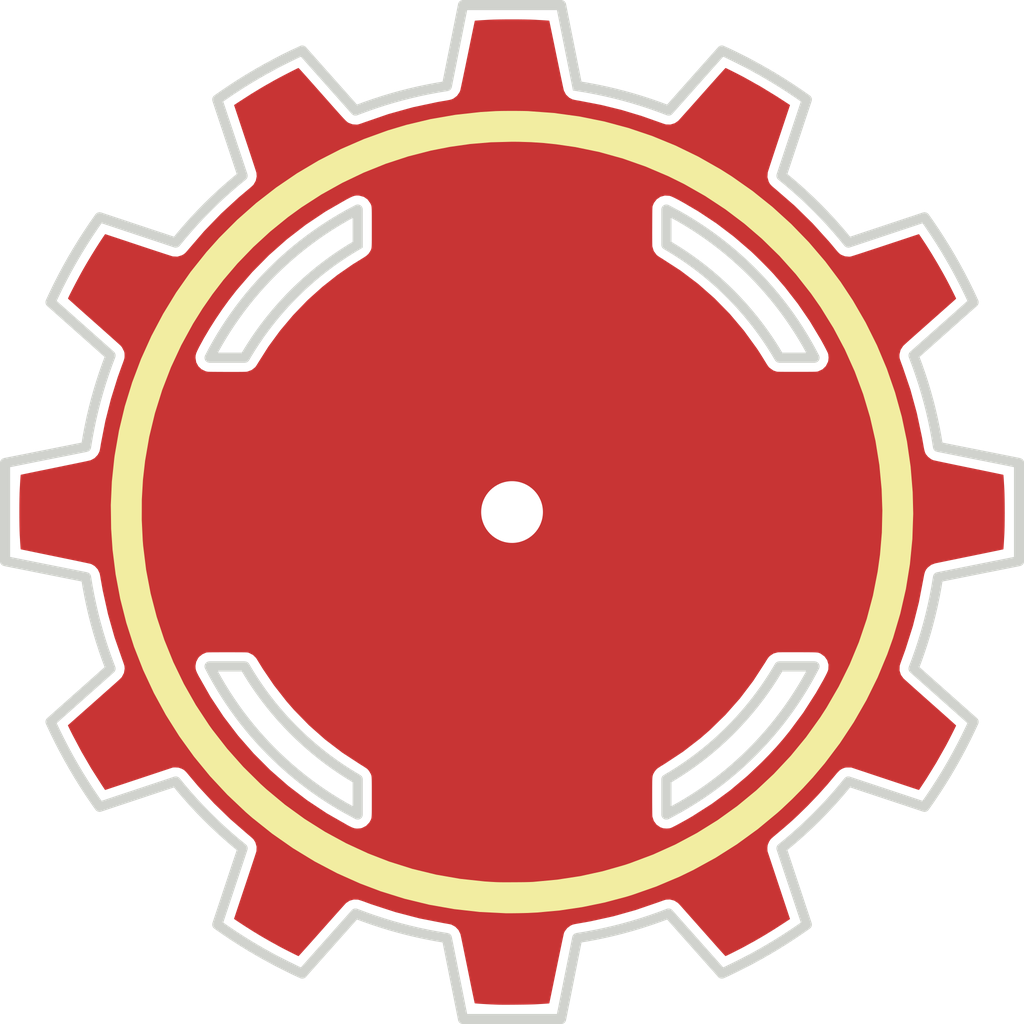
<source format=kicad_pcb>
(kicad_pcb (version 20211014) (generator pcbnew)
  (layers (0 "F.Cu" signal) (31 "B.Cu" signal) (36 "B.SilkS" user "B.Silkscreen") (37 "F.SilkS" user "F.Silkscreen") (38 "B.Mask" user) (39 "F.Mask" user) (44 "Edge.Cuts" user))
  (footprint "DrillHole" (layer "F.Cu") (at 50.000 50.000)
    (pad "" np_thru_hole circle (at 0 0) (size 6.089 6.089) (drill 6.089) (layers *.Cu *.Mask) (clearance 0.1))
  )
  (footprint "Graphics" (layer "F.SilkS") (at 0 0)
    (fp_poly (pts (xy 50.407 10.438) (xy 50.943 10.443) (xy 51.396 10.451) (xy 51.600 10.458) (xy 54.124 10.642) (xy 56.613 10.980) (xy 59.062 11.473) (xy 61.467 12.117) (xy 63.823 12.912) (xy 66.125 13.856) (xy 68.369 14.948) (xy 70.551 16.187) (xy 71.670 16.895) (xy 73.724 18.338) (xy 75.680 19.906) (xy 77.531 21.590) (xy 79.271 23.386) (xy 80.895 25.287) (xy 82.396 27.288) (xy 83.613 29.130) (xy 84.877 31.313) (xy 85.992 33.555) (xy 86.958 35.852) (xy 87.774 38.202) (xy 88.439 40.599) (xy 88.951 43.041) (xy 89.309 45.523) (xy 89.514 48.042) (xy 89.565 50.160) (xy 89.482 52.656) (xy 89.241 55.136) (xy 88.843 57.595) (xy 88.288 60.024) (xy 87.579 62.419) (xy 87.010 64.021) (xy 86.053 66.318) (xy 84.951 68.554) (xy 83.711 70.716) (xy 82.339 72.796) (xy 80.842 74.782) (xy 79.662 76.180) (xy 78.681 77.246) (xy 77.634 78.306) (xy 76.578 79.304) (xy 76.180 79.661) (xy 74.229 81.277) (xy 72.192 82.757) (xy 70.072 84.101) (xy 67.871 85.307) (xy 66.510 85.966) (xy 64.225 86.931) (xy 61.875 87.755) (xy 61.250 87.947) (xy 59.116 88.513) (xy 56.914 88.965) (xy 54.689 89.295) (xy 52.482 89.495) (xy 51.590 89.539) (xy 51.168 89.551) (xy 50.681 89.561) (xy 50.182 89.567) (xy 49.729 89.570) (xy 49.375 89.568) (xy 49.350 89.567) (xy 46.805 89.442) (xy 44.298 89.162) (xy 41.831 88.728) (xy 39.406 88.140) (xy 37.025 87.397) (xy 35.020 86.639) (xy 32.745 85.622) (xy 30.536 84.460) (xy 28.401 83.159) (xy 26.349 81.725) (xy 24.388 80.163) (xy 23.730 79.591) (xy 21.910 77.870) (xy 20.210 76.045) (xy 18.631 74.122) (xy 17.180 72.110) (xy 15.858 70.013) (xy 14.672 67.840) (xy 13.623 65.596) (xy 12.716 63.288) (xy 11.956 60.922) (xy 11.353 58.540) (xy 10.902 56.141) (xy 10.601 53.722) (xy 10.461 51.650) (xy 10.449 50.776) (xy 13.481 50.776) (xy 13.578 52.798) (xy 13.621 53.327) (xy 13.912 55.697) (xy 14.359 58.038) (xy 14.958 60.343) (xy 15.706 62.603) (xy 16.601 64.810) (xy 17.639 66.955) (xy 18.817 69.031) (xy 20.132 71.029) (xy 20.427 71.440) (xy 21.906 73.340) (xy 23.498 75.132) (xy 25.214 76.827) (xy 25.780 77.341) (xy 27.607 78.861) (xy 29.535 80.260) (xy 31.554 81.533) (xy 33.653 82.673) (xy 35.821 83.673) (xy 37.880 84.469) (xy 40.172 85.191) (xy 42.507 85.759) (xy 44.877 86.172) (xy 47.277 86.429) (xy 47.900 86.470) (xy 48.176 86.485) (xy 48.399 86.497) (xy 48.601 86.504) (xy 48.813 86.509) (xy 49.068 86.511) (xy 49.398 86.512) (xy 49.834 86.511) (xy 50.200 86.509) (xy 50.821 86.506) (xy 51.309 86.500) (xy 51.690 86.491) (xy 51.990 86.479) (xy 52.110 86.472) (xy 54.460 86.253) (xy 56.726 85.907) (xy 58.923 85.429) (xy 61.068 84.817) (xy 61.618 84.636) (xy 63.900 83.781) (xy 66.103 82.788) (xy 68.225 81.656) (xy 70.264 80.389) (xy 72.216 78.987) (xy 74.081 77.452) (xy 75.820 75.820) (xy 77.476 74.054) (xy 78.999 72.201) (xy 80.391 70.257) (xy 81.009 69.300) (xy 82.222 67.203) (xy 83.289 65.044) (xy 84.207 62.827) (xy 84.976 60.557) (xy 85.593 58.237) (xy 86.056 55.873) (xy 86.289 54.200) (xy 86.471 52.036) (xy 86.521 49.841) (xy 86.449 47.750) (xy 86.224 45.354) (xy 85.844 42.988) (xy 85.310 40.659) (xy 84.627 38.374) (xy 83.795 36.140) (xy 82.817 33.964) (xy 81.697 31.854) (xy 80.436 29.815) (xy 79.488 28.458) (xy 77.989 26.547) (xy 76.370 24.741) (xy 74.637 23.046) (xy 72.920 21.568) (xy 71.028 20.139) (xy 69.041 18.831) (xy 66.978 17.657) (xy 65.407 16.879) (xy 63.178 15.929) (xy 60.909 15.133) (xy 58.599 14.492) (xy 56.250 14.007) (xy 54.340 13.730) (xy 53.103 13.603) (xy 51.905 13.523) (xy 50.669 13.485) (xy 50.000 13.480) (xy 47.912 13.534) (xy 45.885 13.701) (xy 43.867 13.987) (xy 42.000 14.352) (xy 39.762 14.926) (xy 37.548 15.652) (xy 35.373 16.526) (xy 33.251 17.539) (xy 31.194 18.686) (xy 29.218 19.961) (xy 27.900 20.918) (xy 26.152 22.337) (xy 24.483 23.870) (xy 22.918 25.491) (xy 21.528 27.120) (xy 20.452 28.523) (xy 19.481 29.922) (xy 18.571 31.375) (xy 18.526 31.450) (xy 17.371 33.559) (xy 16.360 35.734) (xy 15.496 37.968) (xy 14.782 40.253) (xy 14.219 42.582) (xy 13.811 44.948) (xy 13.600 46.810) (xy 13.488 48.761) (xy 13.481 50.776) (xy 10.449 50.776) (xy 10.428 49.301) (xy 10.532 46.992) (xy 10.774 44.676) (xy 10.810 44.416) (xy 11.233 41.975) (xy 11.809 39.570) (xy 12.537 37.208) (xy 13.410 34.897) (xy 14.427 32.645) (xy 15.584 30.458) (xy 16.876 28.344) (xy 18.301 26.311) (xy 19.855 24.366) (xy 21.121 22.950) (xy 22.893 21.177) (xy 24.765 19.524) (xy 26.733 17.995) (xy 28.787 16.595) (xy 30.922 15.328) (xy 33.130 14.197) (xy 35.404 13.208) (xy 37.737 12.365) (xy 39.564 11.818) (xy 41.968 11.245) (xy 44.421 10.821) (xy 46.906 10.548) (xy 48.400 10.458) (xy 48.783 10.447) (xy 49.278 10.440) (xy 49.835 10.437)) (layer "F.SilkS") (width 0.000) (fill solid))
  )
  (footprint "Graphics" (layer "F.Mask") (at 0 0))
  (footprint "Graphics" (layer "F.Cu") (at 0 0)
    (fp_poly (pts (xy 50.671 1.411) (xy 51.290 1.419) (xy 51.829 1.431) (xy 52.235 1.447) (xy 52.767 1.477) (xy 53.189 1.503) (xy 53.488 1.524) (xy 53.648 1.540) (xy 53.671 1.545) (xy 53.689 1.623) (xy 53.736 1.841) (xy 53.807 2.184) (xy 53.901 2.636) (xy 54.014 3.180) (xy 54.142 3.800) (xy 54.282 4.481) (xy 54.370 4.913) (xy 54.518 5.629) (xy 54.657 6.300) (xy 54.784 6.910) (xy 54.896 7.442) (xy 54.988 7.877) (xy 55.058 8.200) (xy 55.101 8.392) (xy 55.113 8.437) (xy 55.318 8.828) (xy 55.641 9.138) (xy 55.936 9.293) (xy 56.110 9.339) (xy 56.435 9.403) (xy 56.770 9.461) (xy 58.805 9.853) (xy 60.793 10.341) (xy 62.779 10.939) (xy 64.648 11.598) (xy 64.903 11.688) (xy 65.118 11.755) (xy 65.187 11.773) (xy 65.621 11.783) (xy 66.044 11.654) (xy 66.379 11.427) (xy 66.454 11.346) (xy 66.624 11.159) (xy 66.877 10.878) (xy 67.201 10.516) (xy 67.585 10.086) (xy 68.017 9.600) (xy 68.485 9.073) (xy 68.760 8.763) (xy 69.240 8.222) (xy 69.687 7.720) (xy 70.089 7.269) (xy 70.436 6.882) (xy 70.716 6.570) (xy 70.919 6.346) (xy 71.034 6.222) (xy 71.055 6.201) (xy 71.134 6.235) (xy 71.324 6.327) (xy 71.596 6.462) (xy 71.917 6.624) (xy 72.259 6.798) (xy 72.590 6.969) (xy 72.880 7.120) (xy 72.990 7.179) (xy 74.545 8.053) (xy 76.103 9.006) (xy 76.903 9.524) (xy 77.416 9.862) (xy 76.337 13.096) (xy 76.107 13.788) (xy 75.892 14.437) (xy 75.697 15.028) (xy 75.528 15.542) (xy 75.390 15.964) (xy 75.290 16.276) (xy 75.231 16.462) (xy 75.219 16.505) (xy 75.187 16.970) (xy 75.310 17.410) (xy 75.329 17.450) (xy 75.417 17.608) (xy 75.529 17.750) (xy 75.699 17.912) (xy 75.961 18.132) (xy 75.966 18.135) (xy 77.857 19.777) (xy 79.640 21.525) (xy 81.328 23.394) (xy 81.844 24.012) (xy 82.066 24.277) (xy 82.225 24.448) (xy 82.357 24.561) (xy 82.459 24.629) (xy 82.838 24.779) (xy 83.257 24.816) (xy 83.390 24.801) (xy 83.494 24.772) (xy 83.732 24.697) (xy 84.091 24.582) (xy 84.552 24.432) (xy 85.099 24.253) (xy 85.717 24.050) (xy 86.389 23.828) (xy 86.830 23.682) (xy 90.129 22.587) (xy 90.329 22.878) (xy 90.842 23.654) (xy 91.393 24.533) (xy 91.953 25.471) (xy 92.498 26.423) (xy 92.760 26.900) (xy 92.902 27.167) (xy 93.071 27.489) (xy 93.250 27.838) (xy 93.425 28.184) (xy 93.582 28.498) (xy 93.705 28.749) (xy 93.780 28.909) (xy 93.795 28.951) (xy 93.783 28.969) (xy 93.739 29.012) (xy 93.646 29.098) (xy 93.486 29.241) (xy 93.242 29.459) (xy 92.900 29.762) (xy 92.662 29.972) (xy 92.342 30.256) (xy 91.968 30.588) (xy 91.567 30.943) (xy 91.168 31.297) (xy 90.798 31.625) (xy 90.486 31.903) (xy 90.258 32.104) (xy 90.219 32.139) (xy 89.998 32.335) (xy 89.707 32.593) (xy 89.397 32.868) (xy 89.275 32.976) (xy 89.007 33.216) (xy 88.774 33.429) (xy 88.609 33.585) (xy 88.559 33.636) (xy 88.320 34.009) (xy 88.209 34.446) (xy 88.206 34.653) (xy 88.213 34.747) (xy 88.229 34.841) (xy 88.265 34.964) (xy 88.329 35.150) (xy 88.431 35.430) (xy 88.539 35.720) (xy 89.290 37.931) (xy 89.917 40.218) (xy 90.425 42.597) (xy 90.540 43.241) (xy 90.609 43.633) (xy 90.665 43.902) (xy 90.718 44.088) (xy 90.776 44.226) (xy 90.813 44.293) (xy 91.034 44.561) (xy 91.332 44.788) (xy 91.512 44.877) (xy 91.613 44.901) (xy 91.855 44.955) (xy 92.219 45.033) (xy 92.691 45.132) (xy 93.252 45.250) (xy 93.887 45.381) (xy 94.579 45.524) (xy 95.036 45.618) (xy 95.750 45.764) (xy 96.414 45.901) (xy 97.012 46.024) (xy 97.527 46.131) (xy 97.944 46.218) (xy 98.247 46.281) (xy 98.419 46.319) (xy 98.454 46.327) (xy 98.467 46.414) (xy 98.486 46.642) (xy 98.509 46.996) (xy 98.536 47.455) (xy 98.553 47.770) (xy 98.570 48.223) (xy 98.582 48.794) (xy 98.589 49.440) (xy 98.591 50.119) (xy 98.587 50.791) (xy 98.579 51.411) (xy 98.565 51.940) (xy 98.553 52.200) (xy 98.524 52.729) (xy 98.498 53.156) (xy 98.477 53.465) (xy 98.460 53.640) (xy 98.453 53.673) (xy 98.375 53.694) (xy 98.182 53.737) (xy 97.916 53.792) (xy 97.916 53.792) (xy 97.557 53.866) (xy 97.183 53.943) (xy 96.960 53.989) (xy 96.704 54.042) (xy 96.343 54.117) (xy 95.930 54.201) (xy 95.590 54.271) (xy 95.197 54.351) (xy 94.841 54.423) (xy 94.561 54.480) (xy 94.410 54.511) (xy 94.188 54.557) (xy 94.030 54.589) (xy 93.315 54.735) (xy 92.736 54.854) (xy 92.320 54.940) (xy 92.045 54.997) (xy 91.825 55.042) (xy 91.724 55.062) (xy 91.342 55.207) (xy 91.004 55.467) (xy 90.999 55.473) (xy 90.840 55.667) (xy 90.731 55.878) (xy 90.650 56.156) (xy 90.587 56.490) (xy 90.126 58.896) (xy 89.534 61.237) (xy 88.800 63.554) (xy 88.472 64.459) (xy 88.365 64.755) (xy 88.279 65.006) (xy 88.232 65.164) (xy 88.230 65.174) (xy 88.215 65.625) (xy 88.349 66.054) (xy 88.596 66.398) (xy 88.687 66.484) (xy 88.885 66.664) (xy 89.177 66.926) (xy 89.548 67.259) (xy 89.985 67.649) (xy 90.474 68.085) (xy 91.004 68.556) (xy 91.270 68.792) (xy 91.807 69.268) (xy 92.305 69.711) (xy 92.751 70.109) (xy 93.134 70.451) (xy 93.441 70.726) (xy 93.660 70.923) (xy 93.778 71.031) (xy 93.796 71.049) (xy 93.764 71.127) (xy 93.674 71.318) (xy 93.539 71.592) (xy 93.374 71.919) (xy 93.195 72.270) (xy 93.016 72.617) (xy 92.852 72.929) (xy 92.760 73.100) (xy 91.829 74.743) (xy 90.861 76.312) (xy 90.369 77.060) (xy 90.237 77.256) (xy 90.150 77.385) (xy 90.131 77.414) (xy 90.057 77.391) (xy 89.846 77.322) (xy 89.515 77.212) (xy 89.078 77.067) (xy 88.550 76.892) (xy 87.947 76.691) (xy 87.285 76.471) (xy 86.789 76.306) (xy 83.450 75.193) (xy 83.170 75.192) (xy 82.967 75.195) (xy 82.841 75.213) (xy 82.730 75.247) (xy 82.486 75.354) (xy 82.271 75.510) (xy 82.040 75.751) (xy 81.900 75.920) (xy 81.073 76.907) (xy 80.149 77.934) (xy 79.166 78.958) (xy 78.164 79.938) (xy 77.610 80.451) (xy 77.308 80.720) (xy 76.929 81.049) (xy 76.520 81.398) (xy 76.128 81.727) (xy 76.055 81.788) (xy 75.819 81.986) (xy 75.625 82.156) (xy 75.513 82.262) (xy 75.509 82.267) (xy 75.352 82.505) (xy 75.231 82.790) (xy 75.209 82.871) (xy 75.182 83.099) (xy 75.184 83.237) (xy 75.194 83.450) (xy 76.138 86.290) (xy 76.359 86.956) (xy 76.571 87.594) (xy 76.767 88.183) (xy 76.940 88.703) (xy 77.083 89.133) (xy 77.189 89.451) (xy 77.249 89.634) (xy 77.416 90.138) (xy 76.843 90.516) (xy 75.849 91.158) (xy 74.907 91.737) (xy 73.952 92.292) (xy 72.960 92.838) (xy 72.677 92.989) (xy 72.347 93.159) (xy 72.001 93.336) (xy 71.669 93.503) (xy 71.380 93.645) (xy 71.166 93.747) (xy 71.056 93.794) (xy 71.048 93.796) (xy 70.988 93.737) (xy 70.844 93.583) (xy 70.640 93.358) (xy 70.436 93.129) (xy 70.252 92.922) (xy 70.057 92.702) (xy 69.838 92.455) (xy 69.584 92.169) (xy 69.283 91.829) (xy 68.921 91.422) (xy 68.488 90.933) (xy 67.969 90.348) (xy 67.510 89.830) (xy 67.237 89.523) (xy 66.983 89.236) (xy 66.778 89.005) (xy 66.662 88.873) (xy 66.497 88.693) (xy 66.361 88.555) (xy 66.344 88.540) (xy 65.983 88.317) (xy 65.561 88.210) (xy 65.189 88.227) (xy 65.041 88.269) (xy 64.792 88.353) (xy 64.490 88.461) (xy 64.420 88.487) (xy 62.206 89.246) (xy 60.001 89.867) (xy 57.761 90.361) (xy 56.700 90.550) (xy 56.357 90.609) (xy 56.130 90.654) (xy 55.975 90.696) (xy 55.852 90.746) (xy 55.771 90.786) (xy 55.443 91.031) (xy 55.192 91.363) (xy 55.124 91.512) (xy 55.099 91.613) (xy 55.046 91.855) (xy 54.967 92.219) (xy 54.868 92.691) (xy 54.750 93.252) (xy 54.618 93.887) (xy 54.475 94.579) (xy 54.381 95.037) (xy 54.234 95.752) (xy 54.097 96.416) (xy 53.974 97.013) (xy 53.867 97.528) (xy 53.780 97.945) (xy 53.717 98.248) (xy 53.680 98.421) (xy 53.671 98.455) (xy 53.587 98.467) (xy 53.362 98.485) (xy 53.017 98.508) (xy 52.572 98.534) (xy 52.270 98.551) (xy 51.990 98.561) (xy 51.588 98.571) (xy 51.101 98.580) (xy 50.568 98.586) (xy 50.025 98.591) (xy 49.512 98.593) (xy 49.064 98.593) (xy 48.721 98.589) (xy 48.660 98.588) (xy 48.316 98.576) (xy 47.923 98.559) (xy 47.513 98.538) (xy 47.119 98.515) (xy 46.773 98.492) (xy 46.505 98.471) (xy 46.348 98.454) (xy 46.321 98.448) (xy 46.301 98.368) (xy 46.254 98.154) (xy 46.186 97.832) (xy 46.101 97.424) (xy 46.004 96.954) (xy 45.983 96.850) (xy 45.769 95.800) (xy 45.585 94.895) (xy 45.428 94.127) (xy 45.297 93.485) (xy 45.189 92.957) (xy 45.102 92.534) (xy 45.034 92.205) (xy 44.983 91.961) (xy 44.946 91.789) (xy 44.922 91.680) (xy 44.909 91.624) (xy 44.908 91.620) (xy 44.719 91.230) (xy 44.414 90.908) (xy 44.034 90.696) (xy 43.960 90.673) (xy 43.832 90.645) (xy 43.593 90.602) (xy 43.291 90.550) (xy 43.230 90.539) (xy 40.857 90.073) (xy 38.494 89.457) (xy 36.127 88.687) (xy 35.511 88.461) (xy 35.219 88.356) (xy 34.968 88.272) (xy 34.813 88.227) (xy 34.811 88.227) (xy 34.386 88.217) (xy 33.967 88.339) (xy 33.631 88.563) (xy 33.553 88.646) (xy 33.381 88.835) (xy 33.127 89.118) (xy 32.801 89.482) (xy 32.416 89.914) (xy 31.983 90.400) (xy 31.513 90.929) (xy 31.240 91.237) (xy 30.760 91.778) (xy 30.313 92.280) (xy 29.911 92.731) (xy 29.564 93.118) (xy 29.284 93.430) (xy 29.081 93.654) (xy 28.967 93.778) (xy 28.945 93.799) (xy 28.864 93.765) (xy 28.672 93.673) (xy 28.397 93.537) (xy 28.071 93.372) (xy 27.723 93.195) (xy 27.383 93.020) (xy 27.082 92.861) (xy 26.912 92.770) (xy 26.025 92.279) (xy 25.224 91.816) (xy 24.451 91.347) (xy 23.645 90.835) (xy 23.125 90.495) (xy 22.874 90.328) (xy 22.684 90.198) (xy 22.586 90.127) (xy 22.580 90.121) (xy 22.605 90.045) (xy 22.675 89.832) (xy 22.785 89.499) (xy 22.931 89.061) (xy 23.107 88.533) (xy 23.307 87.932) (xy 23.527 87.272) (xy 23.672 86.840) (xy 23.903 86.146) (xy 24.119 85.497) (xy 24.314 84.908) (xy 24.483 84.396) (xy 24.621 83.977) (xy 24.721 83.668) (xy 24.779 83.484) (xy 24.791 83.441) (xy 24.807 83.007) (xy 24.686 82.580) (xy 24.502 82.284) (xy 24.394 82.178) (xy 24.201 82.006) (xy 23.961 81.803) (xy 23.927 81.775) (xy 22.232 80.303) (xy 20.605 78.729) (xy 19.081 77.085) (xy 18.141 75.972) (xy 17.914 75.700) (xy 17.743 75.523) (xy 17.589 75.406) (xy 17.450 75.328) (xy 17.111 75.207) (xy 16.760 75.186) (xy 16.550 75.195) (xy 13.860 76.089) (xy 13.202 76.307) (xy 12.565 76.519) (xy 11.970 76.716) (xy 11.441 76.892) (xy 11.000 77.038) (xy 10.672 77.147) (xy 10.517 77.198) (xy 9.865 77.415) (xy 9.544 76.933) (xy 8.498 75.291) (xy 7.542 73.651) (xy 6.675 72.020) (xy 6.523 71.719) (xy 6.388 71.449) (xy 6.297 71.261) (xy 6.288 71.243) (xy 6.192 71.035) (xy 6.261 70.973) (xy 6.348 70.895) (xy 6.525 70.738) (xy 6.762 70.528) (xy 6.919 70.390) (xy 7.213 70.130) (xy 7.498 69.878) (xy 7.728 69.673) (xy 7.800 69.610) (xy 8.005 69.428) (xy 8.276 69.188) (xy 8.558 68.939) (xy 8.590 68.910) (xy 8.838 68.691) (xy 9.051 68.502) (xy 9.191 68.378) (xy 9.210 68.360) (xy 9.331 68.252) (xy 9.527 68.077) (xy 9.750 67.880) (xy 9.977 67.678) (xy 10.169 67.509) (xy 10.280 67.410) (xy 10.389 67.313) (xy 10.583 67.141) (xy 10.824 66.927) (xy 10.908 66.852) (xy 11.187 66.599) (xy 11.398 66.399) (xy 11.513 66.275) (xy 11.515 66.272) (xy 11.725 65.868) (xy 11.797 65.431) (xy 11.776 65.222) (xy 18.780 65.222) (xy 18.790 65.421) (xy 18.832 65.607) (xy 18.921 65.829) (xy 19.074 66.135) (xy 19.100 66.184) (xy 20.263 68.228) (xy 21.557 70.183) (xy 22.976 72.044) (xy 24.513 73.803) (xy 26.164 75.456) (xy 27.921 76.996) (xy 29.780 78.418) (xy 31.733 79.714) (xy 33.775 80.880) (xy 33.942 80.968) (xy 34.233 81.110) (xy 34.449 81.186) (xy 34.652 81.213) (xy 34.810 81.212) (xy 35.065 81.190) (xy 35.190 81.160) (xy 35.609 80.948) (xy 35.925 80.616) (xy 36.021 80.450) (xy 36.066 80.359) (xy 36.102 80.278) (xy 36.128 80.189) (xy 36.146 80.068) (xy 36.158 79.897) (xy 36.166 79.653) (xy 36.169 79.317) (xy 36.170 78.868) (xy 36.170 78.285) (xy 36.170 78.110) (xy 36.170 77.768) (xy 63.820 77.768) (xy 63.820 78.077) (xy 63.821 78.651) (xy 63.824 79.151) (xy 63.828 79.558) (xy 63.833 79.850) (xy 63.839 80.008) (xy 63.840 80.023) (xy 63.981 80.467) (xy 64.254 80.833) (xy 64.637 81.095) (xy 64.916 81.189) (xy 65.237 81.213) (xy 65.280 81.212) (xy 65.511 81.194) (xy 65.640 81.162) (xy 65.799 81.092) (xy 66.065 80.959) (xy 66.408 80.778) (xy 66.797 80.566) (xy 67.201 80.340) (xy 67.590 80.117) (xy 67.800 79.993) (xy 69.712 78.771) (xy 71.509 77.450) (xy 73.218 76.012) (xy 74.621 74.681) (xy 75.387 73.898) (xy 76.069 73.161) (xy 76.712 72.419) (xy 77.361 71.622) (xy 77.363 71.620) (xy 78.724 69.781) (xy 79.975 67.833) (xy 80.668 66.620) (xy 80.897 66.192) (xy 81.054 65.879) (xy 81.149 65.659) (xy 81.190 65.524) (xy 81.210 65.056) (xy 81.085 64.623) (xy 80.829 64.255) (xy 80.461 63.982) (xy 80.373 63.936) (xy 80.296 63.900) (xy 80.208 63.873) (xy 80.089 63.855) (xy 79.918 63.842) (xy 79.674 63.834) (xy 79.335 63.830) (xy 78.880 63.828) (xy 78.289 63.825) (xy 78.220 63.825) (xy 77.583 63.824) (xy 77.049 63.824) (xy 76.633 63.827) (xy 76.349 63.832) (xy 76.211 63.838) (xy 76.210 63.838) (xy 75.785 63.951) (xy 75.431 64.190) (xy 75.389 64.230) (xy 75.296 64.331) (xy 75.197 64.466) (xy 75.065 64.676) (xy 74.960 64.850) (xy 73.779 66.668) (xy 72.476 68.385) (xy 71.049 70.000) (xy 69.500 71.511) (xy 68.560 72.328) (xy 66.870 73.633) (xy 65.071 74.822) (xy 64.941 74.901) (xy 64.650 75.081) (xy 64.418 75.233) (xy 64.283 75.333) (xy 64.279 75.336) (xy 64.081 75.566) (xy 63.931 75.827) (xy 63.920 75.854) (xy 63.889 75.941) (xy 63.865 76.029) (xy 63.847 76.139) (xy 63.835 76.292) (xy 63.827 76.511) (xy 63.823 76.815) (xy 63.821 77.227) (xy 63.820 77.768) (xy 36.170 77.768) (xy 36.170 77.489) (xy 36.169 77.008) (xy 36.166 76.646) (xy 36.161 76.382) (xy 36.152 76.196) (xy 36.139 76.067) (xy 36.120 75.975) (xy 36.094 75.899) (xy 36.066 75.830) (xy 35.895 75.533) (xy 35.729 75.343) (xy 35.608 75.253) (xy 35.385 75.107) (xy 35.101 74.930) (xy 35.045 74.897) (xy 33.257 73.729) (xy 31.559 72.433) (xy 29.962 71.019) (xy 28.479 69.497) (xy 27.758 68.670) (xy 26.523 67.092) (xy 25.418 65.466) (xy 25.094 64.940) (xy 24.942 64.691) (xy 24.813 64.484) (xy 24.746 64.384) (xy 24.450 64.093) (xy 24.059 63.891) (xy 23.980 63.866) (xy 23.930 63.855) (xy 23.860 63.846) (xy 23.748 63.840) (xy 23.576 63.835) (xy 23.323 63.833) (xy 22.969 63.831) (xy 22.494 63.830) (xy 21.900 63.830) (xy 21.290 63.830) (xy 20.819 63.831) (xy 20.469 63.833) (xy 20.219 63.835) (xy 20.049 63.840) (xy 19.939 63.846) (xy 19.869 63.855) (xy 19.820 63.867) (xy 19.451 64.032) (xy 19.140 64.282) (xy 19.033 64.416) (xy 18.848 64.776) (xy 18.782 65.152) (xy 18.780 65.222) (xy 11.776 65.222) (xy 11.773 65.188) (xy 11.727 65.026) (xy 11.643 64.779) (xy 11.573 64.588) (xy 10.802 62.372) (xy 10.152 60.075) (xy 9.633 57.732) (xy 9.448 56.700) (xy 9.398 56.408) (xy 9.354 56.170) (xy 9.326 56.040) (xy 9.146 55.661) (xy 8.854 55.340) (xy 8.497 55.128) (xy 8.486 55.124) (xy 8.384 55.099) (xy 8.142 55.045) (xy 7.777 54.967) (xy 7.305 54.868) (xy 6.743 54.750) (xy 6.107 54.618) (xy 5.416 54.475) (xy 4.961 54.382) (xy 4.247 54.236) (xy 3.584 54.099) (xy 2.987 53.976) (xy 2.472 53.869) (xy 2.055 53.782) (xy 1.753 53.718) (xy 1.581 53.681) (xy 1.546 53.673) (xy 1.534 53.587) (xy 1.515 53.359) (xy 1.491 53.008) (xy 1.464 52.551) (xy 1.446 52.240) (xy 1.430 51.815) (xy 1.418 51.270) (xy 1.411 50.646) (xy 1.409 49.983) (xy 1.411 49.320) (xy 1.419 48.699) (xy 1.431 48.159) (xy 1.446 47.770) (xy 1.473 47.296) (xy 1.497 46.892) (xy 1.519 46.580) (xy 1.536 46.385) (xy 1.545 46.329) (xy 1.562 46.323) (xy 1.618 46.310) (xy 1.722 46.287) (xy 1.888 46.252) (xy 2.127 46.202) (xy 2.451 46.134) (xy 2.872 46.047) (xy 3.402 45.938) (xy 4.052 45.805) (xy 4.836 45.644) (xy 5.764 45.454) (xy 5.780 45.450) (xy 6.265 45.351) (xy 6.768 45.248) (xy 7.233 45.152) (xy 7.604 45.076) (xy 7.630 45.071) (xy 7.962 45.001) (xy 8.242 44.938) (xy 8.427 44.893) (xy 8.469 44.881) (xy 8.835 44.676) (xy 9.135 44.361) (xy 9.289 44.074) (xy 9.316 43.999) (xy 9.339 43.915) (xy 9.365 43.786) (xy 9.401 43.578) (xy 9.455 43.253) (xy 9.469 43.170) (xy 9.889 41.021) (xy 10.440 38.850) (xy 11.108 36.705) (xy 11.501 35.610) (xy 11.630 35.264) (xy 11.713 35.030) (xy 11.760 34.871) (xy 11.775 34.786) (xy 18.780 34.786) (xy 18.854 35.236) (xy 19.063 35.624) (xy 19.384 35.927) (xy 19.796 36.119) (xy 19.990 36.160) (xy 20.096 36.165) (xy 20.338 36.169) (xy 20.691 36.172) (xy 21.133 36.175) (xy 21.638 36.177) (xy 21.913 36.178) (xy 22.520 36.178) (xy 22.986 36.177) (xy 23.332 36.175) (xy 23.577 36.171) (xy 23.741 36.166) (xy 23.844 36.158) (xy 23.887 36.151) (xy 24.312 35.997) (xy 24.662 35.724) (xy 24.673 35.712) (xy 24.773 35.577) (xy 24.905 35.370) (xy 24.948 35.297) (xy 25.969 33.682) (xy 27.126 32.105) (xy 28.398 30.593) (xy 29.762 29.175) (xy 29.910 29.032) (xy 31.297 27.788) (xy 32.768 26.625) (xy 34.284 25.573) (xy 35.280 24.960) (xy 35.614 24.744) (xy 35.840 24.536) (xy 36.002 24.297) (xy 36.027 24.250) (xy 36.070 24.164) (xy 36.104 24.087) (xy 36.129 24.000) (xy 36.147 23.882) (xy 36.159 23.711) (xy 36.166 23.469) (xy 36.169 23.134) (xy 36.170 22.686) (xy 36.170 22.467) (xy 63.823 22.467) (xy 63.824 23.016) (xy 63.827 23.429) (xy 63.832 23.697) (xy 63.838 23.804) (xy 63.974 24.256) (xy 64.240 24.622) (xy 64.363 24.728) (xy 64.548 24.854) (xy 64.799 25.008) (xy 66.625 26.190) (xy 68.349 27.494) (xy 69.966 28.917) (xy 71.472 30.454) (xy 72.866 32.104) (xy 74.142 33.861) (xy 74.372 34.210) (xy 74.527 34.453) (xy 74.723 34.767) (xy 74.917 35.084) (xy 74.921 35.090) (xy 75.099 35.379) (xy 75.221 35.567) (xy 75.315 35.690) (xy 75.390 35.770) (xy 75.770 36.042) (xy 76.127 36.158) (xy 76.233 36.163) (xy 76.476 36.167) (xy 76.831 36.170) (xy 77.276 36.172) (xy 77.786 36.173) (xy 78.130 36.173) (xy 78.729 36.172) (xy 79.188 36.170) (xy 79.528 36.168) (xy 79.770 36.165) (xy 79.934 36.160) (xy 80.041 36.153) (xy 80.111 36.144) (xy 80.164 36.131) (xy 80.186 36.125) (xy 80.616 35.926) (xy 80.946 35.609) (xy 81.157 35.192) (xy 81.183 35.100) (xy 81.218 34.768) (xy 81.182 34.433) (xy 81.161 34.360) (xy 81.091 34.199) (xy 80.957 33.930) (xy 80.776 33.585) (xy 80.564 33.195) (xy 80.444 32.980) (xy 79.360 31.174) (xy 78.188 29.463) (xy 76.902 27.811) (xy 75.822 26.560) (xy 75.582 26.302) (xy 75.259 25.966) (xy 74.885 25.585) (xy 74.493 25.192) (xy 74.115 24.818) (xy 73.783 24.497) (xy 73.550 24.278) (xy 71.879 22.841) (xy 70.167 21.541) (xy 68.383 20.356) (xy 66.905 19.487) (xy 66.366 19.193) (xy 65.956 18.984) (xy 65.669 18.856) (xy 65.534 18.814) (xy 65.068 18.788) (xy 64.638 18.907) (xy 64.270 19.154) (xy 63.992 19.513) (xy 63.868 19.810) (xy 63.856 19.859) (xy 63.847 19.931) (xy 63.841 20.047) (xy 63.835 20.229) (xy 63.832 20.495) (xy 63.829 20.866) (xy 63.827 21.363) (xy 63.825 21.790) (xy 63.823 22.467) (xy 36.170 22.467) (xy 36.170 22.105) (xy 36.170 21.910) (xy 36.170 21.286) (xy 36.169 20.800) (xy 36.167 20.434) (xy 36.161 20.166) (xy 36.150 19.976) (xy 36.134 19.843) (xy 36.110 19.746) (xy 36.078 19.666) (xy 36.036 19.581) (xy 36.021 19.550) (xy 35.752 19.173) (xy 35.385 18.917) (xy 34.936 18.794) (xy 34.840 18.786) (xy 34.649 18.784) (xy 34.475 18.809) (xy 34.280 18.873) (xy 34.027 18.989) (xy 33.677 19.170) (xy 33.630 19.195) (xy 31.598 20.367) (xy 29.650 21.673) (xy 27.793 23.107) (xy 26.035 24.662) (xy 24.382 26.334) (xy 22.842 28.115) (xy 22.061 29.119) (xy 21.411 30.018) (xy 20.772 30.964) (xy 20.165 31.921) (xy 19.615 32.850) (xy 19.144 33.717) (xy 18.989 34.026) (xy 18.858 34.321) (xy 18.795 34.556) (xy 18.780 34.786) (xy 11.775 34.786) (xy 11.782 34.749) (xy 11.787 34.628) (xy 11.787 34.550) (xy 11.780 34.347) (xy 11.750 34.201) (xy 11.736 34.157) (xy 11.528 33.747) (xy 11.392 33.588) (xy 11.303 33.505) (xy 11.108 33.328) (xy 10.819 33.069) (xy 10.450 32.739) (xy 10.015 32.351) (xy 9.527 31.916) (xy 8.999 31.447) (xy 8.730 31.209) (xy 8.193 30.732) (xy 7.695 30.290) (xy 7.249 29.891) (xy 6.866 29.549) (xy 6.558 29.274) (xy 6.340 29.076) (xy 6.222 28.968) (xy 6.204 28.950) (xy 6.235 28.864) (xy 6.330 28.662) (xy 6.476 28.368) (xy 6.661 28.006) (xy 6.871 27.600) (xy 7.095 27.176) (xy 7.319 26.757) (xy 7.532 26.367) (xy 7.720 26.031) (xy 7.720 26.030) (xy 8.092 25.390) (xy 8.497 24.715) (xy 8.910 24.048) (xy 9.304 23.429) (xy 9.653 22.903) (xy 9.711 22.819) (xy 9.870 22.587) (xy 13.134 23.672) (xy 13.828 23.903) (xy 14.478 24.118) (xy 15.069 24.313) (xy 15.583 24.481) (xy 16.005 24.618) (xy 16.317 24.718) (xy 16.504 24.777) (xy 16.548 24.789) (xy 17.003 24.810) (xy 17.443 24.674) (xy 17.448 24.672) (xy 17.634 24.565) (xy 17.801 24.423) (xy 17.997 24.204) (xy 18.054 24.133) (xy 19.636 22.296) (xy 21.297 20.577) (xy 23.068 18.949) (xy 24.130 18.057) (xy 24.324 17.889) (xy 24.475 17.744) (xy 24.506 17.709) (xy 24.724 17.327) (xy 24.817 16.897) (xy 24.789 16.540) (xy 24.758 16.437) (xy 24.681 16.200) (xy 24.566 15.845) (xy 24.417 15.392) (xy 24.241 14.856) (xy 24.042 14.256) (xy 23.828 13.609) (xy 23.798 13.520) (xy 23.577 12.855) (xy 23.367 12.224) (xy 23.175 11.645) (xy 23.007 11.139) (xy 22.870 10.725) (xy 22.769 10.423) (xy 22.713 10.252) (xy 22.711 10.246) (xy 22.584 9.862) (xy 23.127 9.504) (xy 24.288 8.757) (xy 25.409 8.078) (xy 26.563 7.422) (xy 26.890 7.244) (xy 27.122 7.120) (xy 27.422 6.964) (xy 27.758 6.790) (xy 28.102 6.614) (xy 28.422 6.452) (xy 28.688 6.319) (xy 28.871 6.230) (xy 28.939 6.200) (xy 28.966 6.223) (xy 29.037 6.299) (xy 29.160 6.432) (xy 29.340 6.632) (xy 29.584 6.905) (xy 29.898 7.257) (xy 30.288 7.696) (xy 30.761 8.229) (xy 31.323 8.864) (xy 31.980 9.606) (xy 32.488 10.180) (xy 32.883 10.625) (xy 33.189 10.964) (xy 33.421 11.214) (xy 33.594 11.390) (xy 33.724 11.509) (xy 33.826 11.585) (xy 33.860 11.606) (xy 34.268 11.762) (xy 34.699 11.790) (xy 34.813 11.773) (xy 34.977 11.726) (xy 35.225 11.643) (xy 35.403 11.578) (xy 37.806 10.750) (xy 40.218 10.079) (xy 42.648 9.562) (xy 43.190 9.468) (xy 43.560 9.406) (xy 43.810 9.359) (xy 43.978 9.319) (xy 44.100 9.276) (xy 44.215 9.221) (xy 44.230 9.214) (xy 44.572 8.953) (xy 44.824 8.591) (xy 44.892 8.421) (xy 44.918 8.312) (xy 44.973 8.064) (xy 45.052 7.693) (xy 45.152 7.217) (xy 45.270 6.651) (xy 45.403 6.014) (xy 45.545 5.322) (xy 45.630 4.913) (xy 45.775 4.204) (xy 45.911 3.545) (xy 46.033 2.953) (xy 46.139 2.444) (xy 46.224 2.034) (xy 46.286 1.738) (xy 46.322 1.574) (xy 46.329 1.545) (xy 46.414 1.533) (xy 46.646 1.515) (xy 47.007 1.491) (xy 47.485 1.462) (xy 47.765 1.447) (xy 48.187 1.430) (xy 48.728 1.418) (xy 49.350 1.411) (xy 50.011 1.409)) (layer "F.Cu") (width 0.000) (fill solid))
  )
  (footprint "Graphics" (layer "B.Cu") (at 0 0))
  (footprint "Graphics" (layer "B.Mask") (at 0 0))
  (footprint "Graphics" (layer "B.SilkS") (at 0 0))
  (gr_poly (pts (xy 54.836 0.000) (xy 45.164 0.000) (xy 43.571 7.989) (xy 43.571 7.989) (xy 42.662 8.138) (xy 41.757 8.307) (xy 40.855 8.495) (xy 39.959 8.703) (xy 39.067 8.930) (xy 38.180 9.177) (xy 37.299 9.442) (xy 36.423 9.727) (xy 35.554 10.031) (xy 34.691 10.353) (xy 34.562 10.403) (xy 29.305 4.484) (xy 29.305 4.484) (xy 28.399 4.907) (xy 27.503 5.347) (xy 26.615 5.806) (xy 25.737 6.282) (xy 24.869 6.775) (xy 24.010 7.285) (xy 23.162 7.813) (xy 22.325 8.358) (xy 21.498 8.919) (xy 20.929 9.320) (xy 23.427 16.832) (xy 23.427 16.832) (xy 22.714 17.416) (xy 22.015 18.015) (xy 21.328 18.628) (xy 20.655 19.257) (xy 19.996 19.900) (xy 19.352 20.556) (xy 18.721 21.227) (xy 18.105 21.911) (xy 17.504 22.609) (xy 16.918 23.320) (xy 16.832 23.427) (xy 9.320 20.929) (xy 9.320 20.929) (xy 8.747 21.748) (xy 8.190 22.578) (xy 7.651 23.419) (xy 7.128 24.270) (xy 6.623 25.132) (xy 6.135 26.003) (xy 5.664 26.884) (xy 5.211 27.774) (xy 4.776 28.674) (xy 4.484 29.305) (xy 10.403 34.562) (xy 10.403 34.562) (xy 10.078 35.424) (xy 9.771 36.292) (xy 9.484 37.167) (xy 9.215 38.048) (xy 8.966 38.934) (xy 8.736 39.825) (xy 8.525 40.721) (xy 8.334 41.621) (xy 8.162 42.526) (xy 8.010 43.435) (xy 7.989 43.571) (xy 0.000 45.164) (xy 0.000 54.836) (xy 7.989 56.429) (xy 7.989 56.429) (xy 8.138 57.338) (xy 8.307 58.243) (xy 8.495 59.145) (xy 8.703 60.041) (xy 8.930 60.933) (xy 9.177 61.820) (xy 9.442 62.701) (xy 9.727 63.577) (xy 10.031 64.446) (xy 10.353 65.310) (xy 10.403 65.438) (xy 4.484 70.695) (xy 4.484 70.695) (xy 4.907 71.601) (xy 5.347 72.497) (xy 5.806 73.385) (xy 6.282 74.263) (xy 6.775 75.131) (xy 7.285 75.990) (xy 7.813 76.838) (xy 8.358 77.675) (xy 8.919 78.502) (xy 9.320 79.071) (xy 16.832 76.573) (xy 16.832 76.573) (xy 17.416 77.286) (xy 18.015 77.985) (xy 18.628 78.672) (xy 19.257 79.345) (xy 19.900 80.004) (xy 20.556 80.648) (xy 21.227 81.279) (xy 21.911 81.895) (xy 22.609 82.496) (xy 23.320 83.082) (xy 23.427 83.168) (xy 20.929 90.680) (xy 20.929 90.680) (xy 21.748 91.253) (xy 22.578 91.810) (xy 23.419 92.349) (xy 24.270 92.872) (xy 25.131 93.377) (xy 26.003 93.865) (xy 26.884 94.335) (xy 27.774 94.788) (xy 28.674 95.224) (xy 29.305 95.516) (xy 34.562 89.597) (xy 34.562 89.597) (xy 35.424 89.922) (xy 36.292 90.229) (xy 37.167 90.516) (xy 38.047 90.785) (xy 38.933 91.034) (xy 39.824 91.264) (xy 40.720 91.475) (xy 41.621 91.666) (xy 42.526 91.838) (xy 43.434 91.990) (xy 43.571 92.011) (xy 45.164 100.000) (xy 54.836 100.000) (xy 56.429 92.011) (xy 56.429 92.011) (xy 57.338 91.862) (xy 58.243 91.693) (xy 59.145 91.505) (xy 60.041 91.297) (xy 60.933 91.070) (xy 61.820 90.823) (xy 62.701 90.558) (xy 63.577 90.273) (xy 64.446 89.970) (xy 65.309 89.647) (xy 65.438 89.597) (xy 70.695 95.516) (xy 70.695 95.516) (xy 71.601 95.093) (xy 72.497 94.653) (xy 73.385 94.194) (xy 74.263 93.719) (xy 75.131 93.225) (xy 75.990 92.715) (xy 76.838 92.187) (xy 77.675 91.642) (xy 78.502 91.081) (xy 79.071 90.680) (xy 76.573 83.168) (xy 76.573 83.168) (xy 77.286 82.584) (xy 77.985 81.985) (xy 78.672 81.372) (xy 79.345 80.743) (xy 80.004 80.100) (xy 80.648 79.444) (xy 81.279 78.773) (xy 81.895 78.089) (xy 82.496 77.391) (xy 83.082 76.680) (xy 83.168 76.573) (xy 90.680 79.071) (xy 90.680 79.071) (xy 91.253 78.252) (xy 91.810 77.422) (xy 92.349 76.581) (xy 92.872 75.730) (xy 93.377 74.869) (xy 93.865 73.997) (xy 94.335 73.116) (xy 94.788 72.226) (xy 95.224 71.326) (xy 95.516 70.695) (xy 89.597 65.438) (xy 89.597 65.438) (xy 89.922 64.576) (xy 90.229 63.708) (xy 90.516 62.833) (xy 90.785 61.953) (xy 91.034 61.067) (xy 91.264 60.175) (xy 91.475 59.279) (xy 91.666 58.379) (xy 91.838 57.474) (xy 91.990 56.565) (xy 92.011 56.429) (xy 100.000 54.836) (xy 100.000 45.164) (xy 92.011 43.571) (xy 92.011 43.571) (xy 91.862 42.662) (xy 91.693 41.757) (xy 91.505 40.856) (xy 91.297 39.959) (xy 91.070 39.067) (xy 90.823 38.180) (xy 90.558 37.299) (xy 90.273 36.424) (xy 89.970 35.554) (xy 89.647 34.691) (xy 89.597 34.562) (xy 95.516 29.305) (xy 95.516 29.305) (xy 95.093 28.399) (xy 94.653 27.503) (xy 94.194 26.615) (xy 93.719 25.737) (xy 93.225 24.869) (xy 92.715 24.010) (xy 92.187 23.162) (xy 91.642 22.325) (xy 91.081 21.498) (xy 90.680 20.929) (xy 83.168 23.427) (xy 83.168 23.427) (xy 82.584 22.714) (xy 81.985 22.015) (xy 81.372 21.328) (xy 80.743 20.655) (xy 80.100 19.996) (xy 79.444 19.352) (xy 78.773 18.721) (xy 78.089 18.105) (xy 77.391 17.504) (xy 76.680 16.918) (xy 76.573 16.832) (xy 79.071 9.320) (xy 79.071 9.320) (xy 78.252 8.747) (xy 77.422 8.190) (xy 76.581 7.651) (xy 75.730 7.128) (xy 74.868 6.623) (xy 73.997 6.135) (xy 73.116 5.664) (xy 72.226 5.211) (xy 71.326 4.776) (xy 70.695 4.484) (xy 65.438 10.403) (xy 65.438 10.403) (xy 64.576 10.078) (xy 63.708 9.771) (xy 62.833 9.484) (xy 61.952 9.215) (xy 61.066 8.966) (xy 60.175 8.736) (xy 59.279 8.525) (xy 58.379 8.334) (xy 57.474 8.162) (xy 56.565 8.010) (xy 56.429 7.989) (xy 54.836 0.000)) (layer "Edge.Cuts") (width 1.000) (fill none))
  (gr_poly (pts (xy 79.830 65.221) (xy 79.830 65.221) (xy 79.450 65.943) (xy 79.053 66.654) (xy 78.639 67.354) (xy 78.209 68.043) (xy 77.762 68.721) (xy 77.300 69.387) (xy 76.822 70.042) (xy 76.329 70.684) (xy 75.821 71.314) (xy 75.298 71.932) (xy 74.760 72.536) (xy 74.208 73.128) (xy 73.643 73.706) (xy 73.063 74.270) (xy 72.471 74.820) (xy 71.865 75.356) (xy 71.246 75.877) (xy 70.614 76.384) (xy 69.970 76.875) (xy 69.314 77.352) (xy 68.647 77.812) (xy 67.967 78.257) (xy 67.277 78.686) (xy 66.575 79.098) (xy 65.863 79.493) (xy 65.221 79.831) (xy 65.221 76.365) (xy 65.221 76.365) (xy 65.890 75.966) (xy 66.548 75.550) (xy 67.195 75.119) (xy 67.830 74.671) (xy 68.452 74.208) (xy 69.063 73.730) (xy 69.660 73.236) (xy 70.245 72.728) (xy 70.817 72.205) (xy 71.375 71.668) (xy 71.920 71.117) (xy 72.450 70.552) (xy 72.966 69.974) (xy 73.468 69.383) (xy 73.955 68.779) (xy 74.426 68.163) (xy 74.882 67.535) (xy 75.322 66.894) (xy 75.747 66.242) (xy 76.154 65.579) (xy 76.365 65.221) (xy 79.830 65.221)) (layer "Edge.Cuts") (width 1.000) (fill none))
  (gr_poly (pts (xy 23.635 65.221) (xy 23.635 65.221) (xy 24.034 65.891) (xy 24.450 66.549) (xy 24.882 67.195) (xy 25.329 67.830) (xy 25.793 68.453) (xy 26.271 69.064) (xy 26.765 69.661) (xy 27.273 70.246) (xy 27.796 70.818) (xy 28.333 71.376) (xy 28.884 71.921) (xy 29.449 72.451) (xy 30.027 72.967) (xy 30.618 73.469) (xy 31.221 73.955) (xy 31.838 74.427) (xy 32.466 74.883) (xy 33.106 75.323) (xy 33.758 75.747) (xy 34.421 76.154) (xy 34.779 76.365) (xy 34.779 79.831) (xy 34.779 79.831) (xy 34.057 79.450) (xy 33.346 79.053) (xy 32.646 78.639) (xy 31.956 78.208) (xy 31.278 77.762) (xy 30.612 77.299) (xy 29.957 76.821) (xy 29.315 76.328) (xy 28.685 75.820) (xy 28.067 75.297) (xy 27.463 74.759) (xy 26.871 74.207) (xy 26.294 73.642) (xy 25.729 73.062) (xy 25.179 72.470) (xy 24.643 71.864) (xy 24.122 71.245) (xy 23.615 70.613) (xy 23.124 69.970) (xy 22.648 69.314) (xy 22.187 68.646) (xy 21.743 67.967) (xy 21.314 67.276) (xy 20.902 66.575) (xy 20.507 65.863) (xy 20.170 65.221) (xy 23.635 65.221)) (layer "Edge.Cuts") (width 1.000) (fill none))
  (gr_poly (pts (xy 20.170 34.779) (xy 20.170 34.779) (xy 20.550 34.057) (xy 20.947 33.346) (xy 21.361 32.646) (xy 21.791 31.957) (xy 22.238 31.279) (xy 22.700 30.613) (xy 23.178 29.958) (xy 23.671 29.316) (xy 24.179 28.686) (xy 24.702 28.068) (xy 25.240 27.464) (xy 25.791 26.873) (xy 26.357 26.295) (xy 26.937 25.730) (xy 27.529 25.180) (xy 28.135 24.644) (xy 28.754 24.123) (xy 29.386 23.616) (xy 30.029 23.125) (xy 30.685 22.649) (xy 31.353 22.188) (xy 32.032 21.743) (xy 32.723 21.315) (xy 33.424 20.903) (xy 34.137 20.507) (xy 34.779 20.170) (xy 34.779 23.635) (xy 34.779 23.635) (xy 34.110 24.034) (xy 33.452 24.450) (xy 32.805 24.881) (xy 32.170 25.329) (xy 31.548 25.792) (xy 30.937 26.270) (xy 30.340 26.764) (xy 29.755 27.272) (xy 29.183 27.795) (xy 28.625 28.332) (xy 28.080 28.883) (xy 27.550 29.448) (xy 27.034 30.026) (xy 26.532 30.617) (xy 26.045 31.221) (xy 25.574 31.837) (xy 25.118 32.465) (xy 24.678 33.106) (xy 24.253 33.758) (xy 23.846 34.421) (xy 23.635 34.779) (xy 20.170 34.779)) (layer "Edge.Cuts") (width 1.000) (fill none))
  (gr_poly (pts (xy 76.365 34.779) (xy 76.365 34.779) (xy 75.966 34.109) (xy 75.550 33.451) (xy 75.118 32.805) (xy 74.671 32.170) (xy 74.207 31.547) (xy 73.729 30.936) (xy 73.235 30.339) (xy 72.727 29.754) (xy 72.204 29.182) (xy 71.667 28.624) (xy 71.116 28.079) (xy 70.551 27.549) (xy 69.973 27.033) (xy 69.382 26.531) (xy 68.779 26.045) (xy 68.162 25.573) (xy 67.534 25.117) (xy 66.894 24.677) (xy 66.242 24.253) (xy 65.579 23.846) (xy 65.221 23.635) (xy 65.221 20.170) (xy 65.221 20.170) (xy 65.943 20.550) (xy 66.654 20.947) (xy 67.354 21.361) (xy 68.044 21.792) (xy 68.722 22.238) (xy 69.388 22.701) (xy 70.043 23.179) (xy 70.685 23.672) (xy 71.315 24.180) (xy 71.933 24.703) (xy 72.537 25.241) (xy 73.128 25.792) (xy 73.706 26.358) (xy 74.270 26.937) (xy 74.821 27.530) (xy 75.356 28.136) (xy 75.878 28.755) (xy 76.384 29.386) (xy 76.876 30.030) (xy 77.352 30.686) (xy 77.812 31.354) (xy 78.257 32.033) (xy 78.686 32.723) (xy 79.098 33.425) (xy 79.493 34.137) (xy 79.830 34.779) (xy 76.365 34.779)) (layer "Edge.Cuts") (width 1.000) (fill none))
)
</source>
